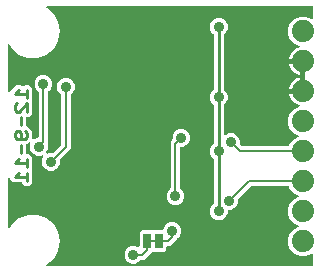
<source format=gbr>
G04 EAGLE Gerber RS-274X export*
G75*
%MOMM*%
%FSLAX34Y34*%
%LPD*%
%INBottom Copper*%
%IPPOS*%
%AMOC8*
5,1,8,0,0,1.08239X$1,22.5*%
G01*
%ADD10C,0.228600*%
%ADD11C,0.203200*%
%ADD12R,0.635000X1.270000*%
%ADD13C,1.879600*%
%ADD14C,0.254000*%
%ADD15C,0.889000*%

G36*
X261482Y4073D02*
X261482Y4073D01*
X261540Y4071D01*
X261622Y4093D01*
X261706Y4105D01*
X261759Y4128D01*
X261815Y4143D01*
X261888Y4186D01*
X261965Y4221D01*
X262010Y4258D01*
X262060Y4288D01*
X262118Y4350D01*
X262182Y4404D01*
X262215Y4453D01*
X262254Y4495D01*
X262293Y4571D01*
X262340Y4641D01*
X262358Y4696D01*
X262384Y4748D01*
X262395Y4816D01*
X262426Y4912D01*
X262428Y5011D01*
X262440Y5079D01*
X262447Y13907D01*
X262431Y14021D01*
X262421Y14135D01*
X262412Y14161D01*
X262408Y14188D01*
X262361Y14293D01*
X262319Y14401D01*
X262303Y14423D01*
X262292Y14448D01*
X262218Y14535D01*
X262148Y14628D01*
X262126Y14644D01*
X262108Y14665D01*
X262013Y14729D01*
X261920Y14798D01*
X261895Y14807D01*
X261872Y14822D01*
X261762Y14857D01*
X261654Y14898D01*
X261627Y14900D01*
X261601Y14909D01*
X261486Y14912D01*
X261371Y14921D01*
X261347Y14915D01*
X261317Y14916D01*
X261055Y14848D01*
X261044Y14845D01*
X256476Y12953D01*
X251524Y12953D01*
X246949Y14848D01*
X243448Y18349D01*
X241553Y22924D01*
X241553Y27876D01*
X243448Y32451D01*
X246949Y35952D01*
X249871Y37162D01*
X249896Y37177D01*
X249924Y37186D01*
X250019Y37249D01*
X250116Y37307D01*
X250136Y37328D01*
X250161Y37344D01*
X250234Y37431D01*
X250311Y37513D01*
X250325Y37539D01*
X250344Y37562D01*
X250390Y37665D01*
X250441Y37766D01*
X250447Y37795D01*
X250459Y37822D01*
X250475Y37934D01*
X250496Y38045D01*
X250494Y38074D01*
X250498Y38103D01*
X250482Y38215D01*
X250472Y38328D01*
X250461Y38355D01*
X250457Y38385D01*
X250411Y38488D01*
X250370Y38593D01*
X250352Y38617D01*
X250340Y38644D01*
X250267Y38730D01*
X250198Y38820D01*
X250175Y38838D01*
X250156Y38860D01*
X250089Y38902D01*
X249971Y38990D01*
X249912Y39012D01*
X249871Y39038D01*
X246949Y40248D01*
X243448Y43749D01*
X241553Y48324D01*
X241553Y53276D01*
X243448Y57851D01*
X246949Y61352D01*
X249871Y62562D01*
X249896Y62577D01*
X249924Y62586D01*
X250019Y62649D01*
X250116Y62707D01*
X250136Y62728D01*
X250161Y62744D01*
X250234Y62831D01*
X250311Y62913D01*
X250325Y62939D01*
X250344Y62962D01*
X250390Y63065D01*
X250441Y63166D01*
X250447Y63195D01*
X250459Y63222D01*
X250475Y63334D01*
X250496Y63445D01*
X250494Y63474D01*
X250498Y63503D01*
X250482Y63615D01*
X250472Y63728D01*
X250461Y63755D01*
X250457Y63784D01*
X250411Y63888D01*
X250370Y63993D01*
X250352Y64017D01*
X250340Y64044D01*
X250267Y64130D01*
X250198Y64220D01*
X250175Y64238D01*
X250156Y64260D01*
X250089Y64302D01*
X249971Y64390D01*
X249912Y64412D01*
X249871Y64438D01*
X246949Y65648D01*
X243448Y69149D01*
X242471Y71509D01*
X242470Y71510D01*
X242470Y71511D01*
X242398Y71632D01*
X242327Y71753D01*
X242325Y71754D01*
X242325Y71756D01*
X242221Y71853D01*
X242120Y71949D01*
X242118Y71949D01*
X242117Y71950D01*
X241992Y72015D01*
X241867Y72079D01*
X241866Y72079D01*
X241864Y72080D01*
X241849Y72082D01*
X241588Y72134D01*
X241558Y72131D01*
X241533Y72135D01*
X210384Y72135D01*
X210298Y72123D01*
X210210Y72120D01*
X210158Y72103D01*
X210103Y72095D01*
X210023Y72060D01*
X209940Y72033D01*
X209900Y72005D01*
X209843Y71979D01*
X209730Y71883D01*
X209666Y71838D01*
X199561Y61733D01*
X199509Y61663D01*
X199449Y61599D01*
X199423Y61550D01*
X199390Y61505D01*
X199359Y61424D01*
X199319Y61346D01*
X199311Y61298D01*
X199289Y61240D01*
X199277Y61092D01*
X199264Y61015D01*
X199264Y58199D01*
X198123Y55445D01*
X196015Y53337D01*
X193261Y52196D01*
X191389Y52196D01*
X191331Y52188D01*
X191273Y52190D01*
X191191Y52168D01*
X191107Y52156D01*
X191054Y52133D01*
X190998Y52118D01*
X190925Y52075D01*
X190848Y52040D01*
X190803Y52002D01*
X190753Y51973D01*
X190695Y51911D01*
X190631Y51857D01*
X190599Y51808D01*
X190559Y51765D01*
X190520Y51690D01*
X190473Y51620D01*
X190456Y51564D01*
X190429Y51512D01*
X190418Y51444D01*
X190388Y51349D01*
X190385Y51249D01*
X190374Y51181D01*
X190374Y49309D01*
X189233Y46555D01*
X187125Y44447D01*
X184371Y43306D01*
X181389Y43306D01*
X178635Y44447D01*
X176527Y46555D01*
X175386Y49309D01*
X175386Y52291D01*
X176527Y55045D01*
X178264Y56782D01*
X178316Y56851D01*
X178376Y56915D01*
X178402Y56965D01*
X178435Y57009D01*
X178466Y57091D01*
X178506Y57168D01*
X178514Y57216D01*
X178536Y57275D01*
X178548Y57422D01*
X178561Y57500D01*
X178561Y94900D01*
X178549Y94987D01*
X178546Y95074D01*
X178529Y95127D01*
X178521Y95182D01*
X178486Y95262D01*
X178459Y95345D01*
X178431Y95384D01*
X178405Y95441D01*
X178309Y95555D01*
X178264Y95618D01*
X176527Y97355D01*
X175386Y100109D01*
X175386Y103091D01*
X176527Y105845D01*
X178264Y107582D01*
X178316Y107651D01*
X178376Y107715D01*
X178402Y107765D01*
X178435Y107809D01*
X178466Y107891D01*
X178506Y107968D01*
X178514Y108016D01*
X178536Y108075D01*
X178548Y108222D01*
X178561Y108300D01*
X178561Y140620D01*
X178549Y140707D01*
X178546Y140794D01*
X178529Y140847D01*
X178521Y140902D01*
X178486Y140982D01*
X178459Y141065D01*
X178431Y141104D01*
X178405Y141161D01*
X178309Y141275D01*
X178264Y141338D01*
X176527Y143075D01*
X175386Y145829D01*
X175386Y148811D01*
X176527Y151565D01*
X178264Y153302D01*
X178316Y153371D01*
X178376Y153435D01*
X178402Y153485D01*
X178435Y153529D01*
X178466Y153611D01*
X178506Y153688D01*
X178514Y153736D01*
X178536Y153795D01*
X178548Y153942D01*
X178561Y154020D01*
X178561Y200310D01*
X178549Y200397D01*
X178546Y200484D01*
X178529Y200537D01*
X178521Y200592D01*
X178486Y200672D01*
X178459Y200755D01*
X178431Y200794D01*
X178405Y200851D01*
X178309Y200965D01*
X178264Y201028D01*
X176527Y202765D01*
X175386Y205519D01*
X175386Y208501D01*
X176527Y211255D01*
X178635Y213363D01*
X181389Y214504D01*
X184371Y214504D01*
X187125Y213363D01*
X189233Y211255D01*
X190374Y208501D01*
X190374Y205519D01*
X189233Y202765D01*
X187496Y201028D01*
X187444Y200959D01*
X187384Y200895D01*
X187358Y200845D01*
X187325Y200801D01*
X187294Y200719D01*
X187254Y200642D01*
X187246Y200594D01*
X187224Y200535D01*
X187212Y200388D01*
X187199Y200310D01*
X187199Y154020D01*
X187211Y153933D01*
X187214Y153846D01*
X187231Y153793D01*
X187239Y153738D01*
X187274Y153658D01*
X187301Y153575D01*
X187329Y153536D01*
X187355Y153479D01*
X187451Y153365D01*
X187496Y153302D01*
X189233Y151565D01*
X190374Y148811D01*
X190374Y145829D01*
X189233Y143075D01*
X187496Y141338D01*
X187444Y141269D01*
X187384Y141205D01*
X187358Y141155D01*
X187325Y141111D01*
X187294Y141029D01*
X187254Y140952D01*
X187246Y140904D01*
X187224Y140845D01*
X187212Y140698D01*
X187199Y140620D01*
X187199Y116427D01*
X187203Y116397D01*
X187201Y116367D01*
X187223Y116257D01*
X187239Y116146D01*
X187251Y116118D01*
X187257Y116088D01*
X187309Y115989D01*
X187355Y115887D01*
X187375Y115863D01*
X187389Y115836D01*
X187466Y115755D01*
X187538Y115670D01*
X187564Y115653D01*
X187585Y115630D01*
X187682Y115574D01*
X187775Y115512D01*
X187804Y115503D01*
X187831Y115487D01*
X187939Y115460D01*
X188046Y115426D01*
X188077Y115425D01*
X188106Y115418D01*
X188218Y115422D01*
X188281Y115420D01*
X188330Y115419D01*
X188360Y115427D01*
X188391Y115428D01*
X188497Y115462D01*
X188605Y115491D01*
X188625Y115502D01*
X188645Y115511D01*
X188661Y115516D01*
X188665Y115519D01*
X191549Y116714D01*
X194531Y116714D01*
X197285Y115573D01*
X199393Y113465D01*
X200534Y110711D01*
X200534Y107895D01*
X200546Y107809D01*
X200549Y107721D01*
X200566Y107669D01*
X200574Y107614D01*
X200609Y107534D01*
X200636Y107451D01*
X200664Y107411D01*
X200690Y107354D01*
X200786Y107241D01*
X200831Y107177D01*
X202046Y105962D01*
X202116Y105910D01*
X202180Y105850D01*
X202229Y105824D01*
X202274Y105791D01*
X202355Y105760D01*
X202433Y105720D01*
X202481Y105712D01*
X202539Y105690D01*
X202687Y105678D01*
X202764Y105665D01*
X241533Y105665D01*
X241535Y105665D01*
X241536Y105665D01*
X241675Y105685D01*
X241815Y105705D01*
X241816Y105705D01*
X241818Y105705D01*
X241943Y105762D01*
X242074Y105821D01*
X242075Y105822D01*
X242077Y105823D01*
X242184Y105914D01*
X242291Y106004D01*
X242292Y106006D01*
X242293Y106007D01*
X242301Y106020D01*
X242449Y106241D01*
X242458Y106270D01*
X242471Y106291D01*
X243448Y108651D01*
X246949Y112152D01*
X249871Y113362D01*
X249896Y113377D01*
X249924Y113386D01*
X250019Y113449D01*
X250116Y113507D01*
X250136Y113528D01*
X250161Y113544D01*
X250233Y113631D01*
X250311Y113713D01*
X250325Y113739D01*
X250343Y113762D01*
X250389Y113865D01*
X250441Y113966D01*
X250447Y113995D01*
X250459Y114022D01*
X250475Y114134D01*
X250496Y114245D01*
X250494Y114274D01*
X250498Y114303D01*
X250482Y114415D01*
X250472Y114528D01*
X250461Y114555D01*
X250457Y114584D01*
X250411Y114688D01*
X250370Y114793D01*
X250352Y114817D01*
X250340Y114844D01*
X250267Y114930D01*
X250198Y115020D01*
X250175Y115038D01*
X250156Y115060D01*
X250089Y115102D01*
X249971Y115190D01*
X249912Y115212D01*
X249871Y115238D01*
X246949Y116448D01*
X243448Y119949D01*
X241553Y124524D01*
X241553Y129476D01*
X243448Y134051D01*
X246949Y137552D01*
X250611Y139069D01*
X250671Y139104D01*
X250735Y139130D01*
X250793Y139176D01*
X250856Y139213D01*
X250904Y139263D01*
X250958Y139306D01*
X251001Y139366D01*
X251051Y139420D01*
X251083Y139481D01*
X251123Y139538D01*
X251148Y139607D01*
X251182Y139673D01*
X251195Y139740D01*
X251218Y139806D01*
X251222Y139879D01*
X251237Y139952D01*
X251231Y140020D01*
X251235Y140089D01*
X251219Y140161D01*
X251212Y140235D01*
X251187Y140299D01*
X251172Y140367D01*
X251137Y140431D01*
X251110Y140500D01*
X251069Y140555D01*
X251035Y140616D01*
X250983Y140668D01*
X250939Y140727D01*
X250883Y140768D01*
X250834Y140817D01*
X250779Y140846D01*
X250711Y140897D01*
X250603Y140938D01*
X250537Y140972D01*
X249417Y141336D01*
X247743Y142189D01*
X246222Y143294D01*
X244894Y144622D01*
X243789Y146143D01*
X242936Y147817D01*
X242355Y149604D01*
X242234Y150369D01*
X252984Y150369D01*
X253042Y150377D01*
X253100Y150375D01*
X253182Y150397D01*
X253265Y150409D01*
X253319Y150433D01*
X253375Y150447D01*
X253448Y150490D01*
X253525Y150525D01*
X253569Y150563D01*
X253620Y150593D01*
X253677Y150654D01*
X253742Y150709D01*
X253774Y150757D01*
X253814Y150800D01*
X253853Y150875D01*
X253899Y150945D01*
X253917Y151001D01*
X253944Y151053D01*
X253955Y151121D01*
X253985Y151216D01*
X253988Y151316D01*
X253999Y151384D01*
X253999Y152401D01*
X255016Y152401D01*
X255074Y152409D01*
X255132Y152408D01*
X255214Y152429D01*
X255297Y152441D01*
X255351Y152465D01*
X255407Y152479D01*
X255480Y152522D01*
X255557Y152557D01*
X255602Y152595D01*
X255652Y152625D01*
X255710Y152686D01*
X255774Y152741D01*
X255806Y152789D01*
X255846Y152832D01*
X255885Y152907D01*
X255931Y152977D01*
X255949Y153033D01*
X255976Y153085D01*
X255987Y153153D01*
X256017Y153248D01*
X256020Y153348D01*
X256031Y153416D01*
X256031Y176784D01*
X256023Y176842D01*
X256025Y176900D01*
X256003Y176982D01*
X255991Y177065D01*
X255967Y177119D01*
X255953Y177175D01*
X255910Y177248D01*
X255875Y177325D01*
X255837Y177369D01*
X255807Y177420D01*
X255746Y177477D01*
X255691Y177542D01*
X255643Y177574D01*
X255600Y177614D01*
X255525Y177653D01*
X255455Y177699D01*
X255399Y177717D01*
X255347Y177744D01*
X255279Y177755D01*
X255184Y177785D01*
X255084Y177788D01*
X255016Y177799D01*
X253999Y177799D01*
X253999Y178816D01*
X253991Y178874D01*
X253992Y178932D01*
X253971Y179014D01*
X253959Y179097D01*
X253935Y179151D01*
X253921Y179207D01*
X253878Y179280D01*
X253843Y179357D01*
X253805Y179402D01*
X253775Y179452D01*
X253714Y179510D01*
X253659Y179574D01*
X253611Y179606D01*
X253568Y179646D01*
X253493Y179685D01*
X253423Y179731D01*
X253367Y179749D01*
X253315Y179776D01*
X253247Y179787D01*
X253152Y179817D01*
X253052Y179820D01*
X252984Y179831D01*
X242234Y179831D01*
X242355Y180596D01*
X242936Y182383D01*
X243789Y184057D01*
X244894Y185578D01*
X246222Y186906D01*
X247743Y188011D01*
X249417Y188864D01*
X250537Y189228D01*
X250599Y189258D01*
X250665Y189279D01*
X250726Y189320D01*
X250792Y189353D01*
X250843Y189399D01*
X250901Y189438D01*
X250948Y189494D01*
X251003Y189543D01*
X251039Y189602D01*
X251084Y189655D01*
X251114Y189722D01*
X251152Y189785D01*
X251171Y189852D01*
X251199Y189915D01*
X251209Y189988D01*
X251229Y190059D01*
X251229Y190128D01*
X251238Y190196D01*
X251228Y190269D01*
X251227Y190343D01*
X251207Y190410D01*
X251197Y190478D01*
X251167Y190545D01*
X251146Y190616D01*
X251109Y190674D01*
X251080Y190737D01*
X251033Y190793D01*
X250993Y190855D01*
X250941Y190901D01*
X250896Y190953D01*
X250843Y190986D01*
X250779Y191043D01*
X250675Y191092D01*
X250611Y191131D01*
X246949Y192648D01*
X243448Y196149D01*
X241553Y200724D01*
X241553Y205676D01*
X243448Y210251D01*
X246949Y213752D01*
X251524Y215647D01*
X256476Y215647D01*
X261219Y213682D01*
X261330Y213653D01*
X261439Y213619D01*
X261467Y213618D01*
X261495Y213611D01*
X261609Y213614D01*
X261723Y213611D01*
X261751Y213618D01*
X261779Y213619D01*
X261888Y213654D01*
X261998Y213683D01*
X262023Y213697D01*
X262050Y213706D01*
X262145Y213770D01*
X262243Y213828D01*
X262262Y213848D01*
X262286Y213864D01*
X262359Y213952D01*
X262438Y214035D01*
X262450Y214060D01*
X262469Y214082D01*
X262515Y214186D01*
X262567Y214288D01*
X262571Y214313D01*
X262584Y214341D01*
X262620Y214601D01*
X262623Y214619D01*
X262631Y223519D01*
X262623Y223577D01*
X262624Y223636D01*
X262603Y223718D01*
X262591Y223801D01*
X262567Y223854D01*
X262552Y223911D01*
X262509Y223984D01*
X262475Y224060D01*
X262437Y224105D01*
X262407Y224156D01*
X262346Y224213D01*
X262292Y224277D01*
X262243Y224310D01*
X262200Y224350D01*
X262125Y224389D01*
X262055Y224435D01*
X261999Y224453D01*
X261947Y224480D01*
X261879Y224491D01*
X261784Y224521D01*
X261684Y224524D01*
X261616Y224535D01*
X37933Y224535D01*
X37860Y224525D01*
X37786Y224525D01*
X37720Y224505D01*
X37651Y224495D01*
X37584Y224465D01*
X37514Y224445D01*
X37455Y224408D01*
X37392Y224379D01*
X37336Y224332D01*
X37274Y224292D01*
X37228Y224240D01*
X37175Y224196D01*
X37134Y224134D01*
X37085Y224079D01*
X37056Y224017D01*
X37017Y223959D01*
X36995Y223889D01*
X36964Y223822D01*
X36952Y223754D01*
X36932Y223688D01*
X36930Y223614D01*
X36918Y223542D01*
X36926Y223473D01*
X36924Y223404D01*
X36943Y223333D01*
X36952Y223259D01*
X36979Y223196D01*
X36996Y223129D01*
X37034Y223065D01*
X37062Y222998D01*
X37101Y222953D01*
X37141Y222884D01*
X37231Y222800D01*
X37280Y222742D01*
X42985Y217956D01*
X46971Y211051D01*
X48355Y203200D01*
X46971Y195349D01*
X42985Y188445D01*
X36878Y183320D01*
X29386Y180593D01*
X21414Y180593D01*
X13922Y183320D01*
X7815Y188444D01*
X5959Y191659D01*
X5947Y191674D01*
X5939Y191692D01*
X5860Y191786D01*
X5784Y191883D01*
X5768Y191894D01*
X5755Y191909D01*
X5653Y191978D01*
X5554Y192049D01*
X5535Y192056D01*
X5519Y192067D01*
X5401Y192104D01*
X5286Y192146D01*
X5266Y192147D01*
X5248Y192153D01*
X5125Y192156D01*
X5002Y192164D01*
X4983Y192159D01*
X4964Y192160D01*
X4845Y192129D01*
X4725Y192102D01*
X4707Y192093D01*
X4689Y192088D01*
X4583Y192026D01*
X4475Y191967D01*
X4461Y191953D01*
X4444Y191943D01*
X4360Y191853D01*
X4273Y191767D01*
X4263Y191750D01*
X4250Y191736D01*
X4194Y191626D01*
X4134Y191519D01*
X4129Y191500D01*
X4120Y191482D01*
X4108Y191410D01*
X4069Y191242D01*
X4071Y191191D01*
X4065Y191151D01*
X4065Y152742D01*
X4069Y152713D01*
X4066Y152684D01*
X4089Y152573D01*
X4105Y152461D01*
X4117Y152434D01*
X4122Y152405D01*
X4175Y152305D01*
X4221Y152201D01*
X4240Y152179D01*
X4253Y152153D01*
X4331Y152071D01*
X4404Y151984D01*
X4429Y151968D01*
X4449Y151947D01*
X4547Y151890D01*
X4641Y151827D01*
X4669Y151818D01*
X4694Y151803D01*
X4804Y151775D01*
X4912Y151741D01*
X4942Y151740D01*
X4970Y151733D01*
X5083Y151737D01*
X5196Y151734D01*
X5225Y151741D01*
X5254Y151742D01*
X5362Y151777D01*
X5471Y151806D01*
X5497Y151821D01*
X5525Y151830D01*
X5588Y151875D01*
X5716Y151951D01*
X5759Y151997D01*
X5798Y152025D01*
X8585Y154812D01*
X11762Y157989D01*
X15235Y157989D01*
X16255Y156969D01*
X16302Y156933D01*
X16342Y156891D01*
X16415Y156848D01*
X16482Y156798D01*
X16537Y156777D01*
X16587Y156747D01*
X16669Y156727D01*
X16748Y156696D01*
X16806Y156692D01*
X16863Y156677D01*
X16947Y156680D01*
X17031Y156673D01*
X17088Y156684D01*
X17147Y156686D01*
X17227Y156712D01*
X17310Y156729D01*
X17362Y156756D01*
X17417Y156774D01*
X17473Y156814D01*
X17562Y156860D01*
X17634Y156929D01*
X17691Y156969D01*
X18711Y157989D01*
X22183Y157989D01*
X24639Y155533D01*
X24639Y145100D01*
X24600Y145034D01*
X24549Y144967D01*
X24529Y144912D01*
X24499Y144861D01*
X24478Y144780D01*
X24448Y144701D01*
X24443Y144642D01*
X24429Y144586D01*
X24432Y144502D01*
X24425Y144418D01*
X24436Y144360D01*
X24438Y144302D01*
X24464Y144222D01*
X24480Y144139D01*
X24507Y144087D01*
X24525Y144031D01*
X24565Y143975D01*
X24611Y143886D01*
X24639Y143858D01*
X24639Y133418D01*
X22183Y130963D01*
X20443Y130963D01*
X20385Y130955D01*
X20326Y130956D01*
X20245Y130935D01*
X20161Y130923D01*
X20108Y130899D01*
X20051Y130884D01*
X19979Y130841D01*
X19902Y130807D01*
X19857Y130769D01*
X19807Y130739D01*
X19749Y130677D01*
X19685Y130623D01*
X19652Y130574D01*
X19612Y130532D01*
X19574Y130457D01*
X19527Y130386D01*
X19509Y130331D01*
X19483Y130279D01*
X19471Y130210D01*
X19441Y130115D01*
X19439Y130016D01*
X19427Y129947D01*
X19427Y123922D01*
X19435Y123864D01*
X19434Y123806D01*
X19455Y123724D01*
X19467Y123641D01*
X19491Y123587D01*
X19506Y123531D01*
X19549Y123458D01*
X19583Y123381D01*
X19621Y123337D01*
X19651Y123286D01*
X19713Y123229D01*
X19767Y123164D01*
X19816Y123132D01*
X19858Y123092D01*
X19933Y123053D01*
X20004Y123007D01*
X20059Y122989D01*
X20111Y122962D01*
X20180Y122951D01*
X20275Y122921D01*
X20374Y122918D01*
X20443Y122907D01*
X20446Y122907D01*
X24639Y118714D01*
X24639Y112617D01*
X24643Y112587D01*
X24641Y112557D01*
X24663Y112447D01*
X24679Y112336D01*
X24691Y112308D01*
X24697Y112278D01*
X24749Y112179D01*
X24795Y112077D01*
X24815Y112053D01*
X24829Y112026D01*
X24906Y111945D01*
X24978Y111860D01*
X25004Y111843D01*
X25025Y111820D01*
X25122Y111764D01*
X25215Y111702D01*
X25244Y111693D01*
X25271Y111677D01*
X25379Y111650D01*
X25486Y111616D01*
X25517Y111615D01*
X25546Y111608D01*
X25658Y111612D01*
X25721Y111610D01*
X25770Y111609D01*
X25800Y111617D01*
X25831Y111618D01*
X25937Y111652D01*
X26045Y111681D01*
X26065Y111692D01*
X26085Y111701D01*
X26101Y111706D01*
X26105Y111709D01*
X28989Y112904D01*
X29210Y112904D01*
X29268Y112912D01*
X29326Y112910D01*
X29408Y112932D01*
X29492Y112944D01*
X29545Y112967D01*
X29601Y112982D01*
X29674Y113025D01*
X29751Y113060D01*
X29796Y113098D01*
X29846Y113127D01*
X29904Y113189D01*
X29968Y113243D01*
X30000Y113292D01*
X30040Y113335D01*
X30079Y113410D01*
X30126Y113480D01*
X30143Y113536D01*
X30170Y113588D01*
X30181Y113656D01*
X30211Y113751D01*
X30214Y113851D01*
X30225Y113919D01*
X30225Y151796D01*
X30213Y151883D01*
X30210Y151970D01*
X30193Y152023D01*
X30185Y152078D01*
X30150Y152158D01*
X30123Y152241D01*
X30095Y152280D01*
X30069Y152337D01*
X29973Y152451D01*
X29928Y152514D01*
X27937Y154505D01*
X26796Y157259D01*
X26796Y160241D01*
X27937Y162995D01*
X30045Y165103D01*
X32799Y166244D01*
X35781Y166244D01*
X38535Y165103D01*
X40643Y162995D01*
X41784Y160241D01*
X41784Y157259D01*
X40643Y154505D01*
X38652Y152514D01*
X38600Y152445D01*
X38540Y152381D01*
X38514Y152331D01*
X38481Y152287D01*
X38450Y152205D01*
X38410Y152128D01*
X38402Y152080D01*
X38380Y152021D01*
X38368Y151874D01*
X38355Y151796D01*
X38355Y107536D01*
X38271Y107453D01*
X38219Y107383D01*
X38159Y107319D01*
X38133Y107270D01*
X38100Y107225D01*
X38069Y107144D01*
X38029Y107066D01*
X38021Y107018D01*
X37999Y106960D01*
X37987Y106812D01*
X37974Y106735D01*
X37974Y103919D01*
X36810Y101111D01*
X36803Y101082D01*
X36790Y101056D01*
X36768Y100945D01*
X36739Y100835D01*
X36740Y100806D01*
X36735Y100777D01*
X36744Y100665D01*
X36748Y100551D01*
X36757Y100523D01*
X36759Y100494D01*
X36800Y100389D01*
X36834Y100281D01*
X36851Y100256D01*
X36861Y100229D01*
X36929Y100138D01*
X36993Y100044D01*
X37015Y100026D01*
X37033Y100002D01*
X37124Y99934D01*
X37210Y99861D01*
X37237Y99850D01*
X37260Y99832D01*
X37366Y99792D01*
X37470Y99746D01*
X37499Y99742D01*
X37526Y99732D01*
X37639Y99723D01*
X37751Y99707D01*
X37781Y99711D01*
X37810Y99709D01*
X37886Y99726D01*
X38033Y99748D01*
X38090Y99773D01*
X38137Y99784D01*
X39149Y100204D01*
X41965Y100204D01*
X42051Y100216D01*
X42139Y100219D01*
X42191Y100236D01*
X42246Y100244D01*
X42326Y100279D01*
X42409Y100306D01*
X42449Y100334D01*
X42506Y100360D01*
X42619Y100456D01*
X42683Y100501D01*
X48978Y106796D01*
X49030Y106866D01*
X49090Y106930D01*
X49116Y106979D01*
X49149Y107024D01*
X49180Y107105D01*
X49220Y107183D01*
X49228Y107231D01*
X49250Y107289D01*
X49262Y107437D01*
X49275Y107514D01*
X49275Y149256D01*
X49267Y149313D01*
X49269Y149362D01*
X49262Y149389D01*
X49260Y149430D01*
X49243Y149483D01*
X49235Y149538D01*
X49205Y149607D01*
X49197Y149637D01*
X49190Y149649D01*
X49173Y149701D01*
X49145Y149740D01*
X49119Y149797D01*
X49059Y149868D01*
X49052Y149881D01*
X49035Y149897D01*
X49023Y149911D01*
X48978Y149974D01*
X46987Y151965D01*
X45846Y154719D01*
X45846Y157701D01*
X46987Y160455D01*
X49095Y162563D01*
X51849Y163704D01*
X54831Y163704D01*
X57585Y162563D01*
X59693Y160455D01*
X60834Y157701D01*
X60834Y154719D01*
X59693Y151965D01*
X57702Y149974D01*
X57650Y149905D01*
X57590Y149841D01*
X57564Y149791D01*
X57531Y149747D01*
X57511Y149694D01*
X57504Y149684D01*
X57496Y149657D01*
X57460Y149588D01*
X57452Y149540D01*
X57430Y149481D01*
X57426Y149437D01*
X57419Y149413D01*
X57416Y149327D01*
X57405Y149256D01*
X57405Y103726D01*
X48431Y94753D01*
X48379Y94683D01*
X48319Y94619D01*
X48293Y94570D01*
X48260Y94525D01*
X48229Y94444D01*
X48189Y94366D01*
X48181Y94318D01*
X48159Y94260D01*
X48147Y94112D01*
X48134Y94035D01*
X48134Y91219D01*
X46993Y88465D01*
X44885Y86357D01*
X42131Y85216D01*
X39149Y85216D01*
X36395Y86357D01*
X34287Y88465D01*
X33146Y91219D01*
X33146Y94201D01*
X34310Y97009D01*
X34317Y97038D01*
X34330Y97064D01*
X34352Y97175D01*
X34381Y97285D01*
X34380Y97314D01*
X34385Y97343D01*
X34376Y97455D01*
X34372Y97569D01*
X34363Y97597D01*
X34361Y97626D01*
X34320Y97731D01*
X34286Y97839D01*
X34269Y97864D01*
X34259Y97891D01*
X34191Y97982D01*
X34127Y98076D01*
X34105Y98094D01*
X34087Y98118D01*
X33996Y98186D01*
X33910Y98259D01*
X33883Y98270D01*
X33860Y98288D01*
X33754Y98328D01*
X33650Y98374D01*
X33621Y98378D01*
X33594Y98388D01*
X33481Y98397D01*
X33369Y98413D01*
X33339Y98409D01*
X33310Y98411D01*
X33234Y98394D01*
X33087Y98372D01*
X33030Y98347D01*
X32983Y98336D01*
X31971Y97916D01*
X28989Y97916D01*
X26235Y99057D01*
X24127Y101165D01*
X22986Y103919D01*
X22986Y106901D01*
X23306Y107672D01*
X23327Y107755D01*
X23358Y107836D01*
X23363Y107892D01*
X23377Y107948D01*
X23374Y108033D01*
X23382Y108119D01*
X23370Y108175D01*
X23369Y108232D01*
X23343Y108313D01*
X23326Y108398D01*
X23299Y108448D01*
X23282Y108502D01*
X23234Y108574D01*
X23195Y108650D01*
X23155Y108691D01*
X23124Y108739D01*
X23058Y108794D01*
X22999Y108856D01*
X22950Y108885D01*
X22906Y108922D01*
X22828Y108957D01*
X22754Y109000D01*
X22698Y109014D01*
X22646Y109037D01*
X22561Y109049D01*
X22478Y109070D01*
X22421Y109068D01*
X22365Y109076D01*
X22280Y109064D01*
X22194Y109061D01*
X22140Y109043D01*
X22083Y109035D01*
X22005Y109000D01*
X21923Y108974D01*
X21883Y108945D01*
X21824Y108918D01*
X21714Y108824D01*
X21650Y108779D01*
X20446Y107575D01*
X20443Y107575D01*
X20385Y107567D01*
X20326Y107568D01*
X20245Y107547D01*
X20161Y107535D01*
X20108Y107511D01*
X20051Y107496D01*
X19979Y107453D01*
X19902Y107419D01*
X19857Y107381D01*
X19807Y107351D01*
X19749Y107289D01*
X19685Y107235D01*
X19652Y107186D01*
X19612Y107144D01*
X19574Y107069D01*
X19527Y106998D01*
X19509Y106943D01*
X19483Y106891D01*
X19471Y106823D01*
X19441Y106727D01*
X19439Y106628D01*
X19427Y106560D01*
X19427Y100534D01*
X19435Y100476D01*
X19434Y100418D01*
X19455Y100336D01*
X19467Y100253D01*
X19491Y100199D01*
X19506Y100143D01*
X19549Y100070D01*
X19583Y99993D01*
X19621Y99949D01*
X19651Y99898D01*
X19713Y99841D01*
X19767Y99776D01*
X19816Y99744D01*
X19858Y99704D01*
X19933Y99665D01*
X20004Y99619D01*
X20059Y99601D01*
X20111Y99574D01*
X20180Y99563D01*
X20275Y99533D01*
X20374Y99530D01*
X20443Y99519D01*
X22183Y99519D01*
X24639Y97063D01*
X24639Y86630D01*
X24600Y86564D01*
X24549Y86497D01*
X24529Y86442D01*
X24499Y86392D01*
X24478Y86310D01*
X24448Y86231D01*
X24443Y86173D01*
X24429Y86116D01*
X24432Y86032D01*
X24425Y85948D01*
X24436Y85890D01*
X24438Y85832D01*
X24464Y85752D01*
X24480Y85669D01*
X24507Y85617D01*
X24525Y85561D01*
X24565Y85505D01*
X24611Y85417D01*
X24639Y85388D01*
X24639Y74948D01*
X22183Y72493D01*
X18711Y72493D01*
X16255Y74948D01*
X16255Y74952D01*
X16247Y75010D01*
X16249Y75068D01*
X16227Y75150D01*
X16215Y75233D01*
X16192Y75287D01*
X16177Y75343D01*
X16134Y75416D01*
X16099Y75493D01*
X16061Y75537D01*
X16032Y75588D01*
X15970Y75645D01*
X15916Y75710D01*
X15867Y75742D01*
X15824Y75782D01*
X15749Y75821D01*
X15679Y75867D01*
X15623Y75885D01*
X15571Y75912D01*
X15503Y75923D01*
X15408Y75953D01*
X15308Y75956D01*
X15240Y75967D01*
X8288Y75967D01*
X5798Y78457D01*
X5774Y78475D01*
X5755Y78497D01*
X5661Y78560D01*
X5571Y78628D01*
X5543Y78638D01*
X5519Y78655D01*
X5411Y78689D01*
X5305Y78729D01*
X5276Y78732D01*
X5248Y78741D01*
X5134Y78743D01*
X5022Y78753D01*
X4993Y78747D01*
X4964Y78748D01*
X4854Y78719D01*
X4743Y78697D01*
X4717Y78683D01*
X4689Y78676D01*
X4591Y78618D01*
X4491Y78566D01*
X4469Y78546D01*
X4444Y78531D01*
X4367Y78448D01*
X4285Y78370D01*
X4270Y78345D01*
X4250Y78323D01*
X4198Y78223D01*
X4141Y78125D01*
X4134Y78096D01*
X4120Y78070D01*
X4107Y77993D01*
X4071Y77849D01*
X4073Y77787D01*
X4065Y77739D01*
X4065Y37449D01*
X4067Y37429D01*
X4065Y37410D01*
X4087Y37289D01*
X4105Y37167D01*
X4113Y37149D01*
X4116Y37130D01*
X4171Y37020D01*
X4221Y36908D01*
X4233Y36893D01*
X4242Y36875D01*
X4325Y36784D01*
X4404Y36691D01*
X4421Y36680D01*
X4434Y36665D01*
X4539Y36601D01*
X4641Y36533D01*
X4660Y36527D01*
X4676Y36517D01*
X4795Y36484D01*
X4912Y36447D01*
X4932Y36447D01*
X4951Y36442D01*
X5073Y36443D01*
X5196Y36440D01*
X5215Y36445D01*
X5235Y36445D01*
X5353Y36481D01*
X5471Y36512D01*
X5488Y36522D01*
X5507Y36528D01*
X5610Y36594D01*
X5716Y36657D01*
X5729Y36671D01*
X5746Y36682D01*
X5792Y36739D01*
X5910Y36864D01*
X5934Y36910D01*
X5959Y36941D01*
X7815Y40156D01*
X13922Y45280D01*
X21414Y48007D01*
X29386Y48007D01*
X36878Y45280D01*
X42985Y40156D01*
X46971Y33251D01*
X48355Y25400D01*
X46971Y17549D01*
X42985Y10645D01*
X37280Y5858D01*
X37231Y5803D01*
X37175Y5755D01*
X37136Y5698D01*
X37090Y5646D01*
X37058Y5580D01*
X37017Y5519D01*
X36996Y5453D01*
X36966Y5390D01*
X36954Y5318D01*
X36932Y5248D01*
X36930Y5179D01*
X36918Y5110D01*
X36926Y5037D01*
X36924Y4964D01*
X36942Y4897D01*
X36949Y4828D01*
X36977Y4760D01*
X36996Y4689D01*
X37031Y4629D01*
X37058Y4565D01*
X37104Y4507D01*
X37141Y4444D01*
X37192Y4397D01*
X37235Y4343D01*
X37295Y4300D01*
X37349Y4250D01*
X37410Y4218D01*
X37467Y4178D01*
X37536Y4154D01*
X37602Y4120D01*
X37660Y4110D01*
X37735Y4084D01*
X37857Y4077D01*
X37933Y4065D01*
X261424Y4065D01*
X261482Y4073D01*
G37*
%LPC*%
G36*
X108999Y6476D02*
X108999Y6476D01*
X106245Y7617D01*
X104137Y9725D01*
X102996Y12479D01*
X102996Y15461D01*
X104137Y18215D01*
X106245Y20323D01*
X108999Y21464D01*
X111981Y21464D01*
X114292Y20506D01*
X114404Y20477D01*
X114513Y20443D01*
X114541Y20442D01*
X114568Y20435D01*
X114682Y20438D01*
X114797Y20436D01*
X114824Y20443D01*
X114852Y20443D01*
X114961Y20478D01*
X115072Y20507D01*
X115096Y20521D01*
X115123Y20530D01*
X115218Y20594D01*
X115317Y20653D01*
X115336Y20673D01*
X115359Y20688D01*
X115433Y20776D01*
X115511Y20860D01*
X115524Y20885D01*
X115542Y20906D01*
X115588Y21011D01*
X115641Y21113D01*
X115645Y21138D01*
X115657Y21166D01*
X115694Y21429D01*
X115696Y21444D01*
X115696Y33013D01*
X117482Y34799D01*
X126367Y34799D01*
X126369Y34797D01*
X126442Y34754D01*
X126509Y34704D01*
X126564Y34683D01*
X126614Y34653D01*
X126696Y34632D01*
X126775Y34602D01*
X126833Y34597D01*
X126890Y34583D01*
X126974Y34586D01*
X127058Y34579D01*
X127116Y34590D01*
X127174Y34592D01*
X127254Y34618D01*
X127337Y34635D01*
X127389Y34662D01*
X127445Y34680D01*
X127501Y34720D01*
X127589Y34766D01*
X127624Y34799D01*
X135001Y34799D01*
X135059Y34807D01*
X135117Y34805D01*
X135199Y34827D01*
X135283Y34839D01*
X135336Y34862D01*
X135392Y34877D01*
X135465Y34920D01*
X135542Y34955D01*
X135587Y34993D01*
X135637Y35022D01*
X135695Y35084D01*
X135759Y35138D01*
X135791Y35187D01*
X135831Y35230D01*
X135870Y35305D01*
X135917Y35375D01*
X135934Y35431D01*
X135961Y35483D01*
X135972Y35551D01*
X136002Y35646D01*
X136005Y35746D01*
X136007Y35758D01*
X137157Y38535D01*
X139265Y40643D01*
X142019Y41784D01*
X145001Y41784D01*
X147755Y40643D01*
X149863Y38535D01*
X151004Y35781D01*
X151004Y32799D01*
X149863Y30045D01*
X147872Y28054D01*
X147820Y27984D01*
X147760Y27921D01*
X147734Y27871D01*
X147701Y27827D01*
X147670Y27745D01*
X147630Y27668D01*
X147622Y27620D01*
X147600Y27562D01*
X147599Y27551D01*
X141384Y21335D01*
X139319Y21335D01*
X139261Y21327D01*
X139203Y21329D01*
X139121Y21307D01*
X139037Y21295D01*
X138984Y21272D01*
X138928Y21257D01*
X138855Y21214D01*
X138778Y21179D01*
X138733Y21141D01*
X138683Y21112D01*
X138625Y21050D01*
X138561Y20996D01*
X138529Y20947D01*
X138489Y20904D01*
X138450Y20829D01*
X138403Y20759D01*
X138386Y20703D01*
X138359Y20651D01*
X138348Y20583D01*
X138318Y20488D01*
X138315Y20388D01*
X138304Y20320D01*
X138304Y17787D01*
X136518Y16001D01*
X127633Y16001D01*
X127631Y16003D01*
X127558Y16046D01*
X127491Y16096D01*
X127436Y16117D01*
X127386Y16147D01*
X127304Y16168D01*
X127225Y16198D01*
X127167Y16203D01*
X127110Y16217D01*
X127026Y16214D01*
X126942Y16221D01*
X126884Y16210D01*
X126826Y16208D01*
X126746Y16182D01*
X126663Y16165D01*
X126611Y16138D01*
X126555Y16120D01*
X126499Y16080D01*
X126411Y16034D01*
X126376Y16001D01*
X126310Y16001D01*
X126224Y15989D01*
X126136Y15986D01*
X126084Y15969D01*
X126029Y15961D01*
X125949Y15926D01*
X125866Y15899D01*
X125826Y15871D01*
X125769Y15845D01*
X125656Y15749D01*
X125592Y15704D01*
X119794Y9905D01*
X117444Y9905D01*
X117357Y9893D01*
X117270Y9890D01*
X117217Y9873D01*
X117162Y9865D01*
X117082Y9830D01*
X116999Y9803D01*
X116960Y9775D01*
X116903Y9749D01*
X116789Y9653D01*
X116726Y9608D01*
X114735Y7617D01*
X111981Y6476D01*
X108999Y6476D01*
G37*
%LPD*%
%LPC*%
G36*
X144559Y56006D02*
X144559Y56006D01*
X141805Y57147D01*
X139697Y59255D01*
X138556Y62009D01*
X138556Y64991D01*
X139697Y67745D01*
X141688Y69736D01*
X141740Y69805D01*
X141800Y69869D01*
X141826Y69919D01*
X141859Y69963D01*
X141890Y70045D01*
X141930Y70122D01*
X141938Y70170D01*
X141960Y70229D01*
X141972Y70376D01*
X141985Y70454D01*
X141985Y109634D01*
X143339Y110987D01*
X143349Y111001D01*
X143355Y111006D01*
X143372Y111031D01*
X143391Y111057D01*
X143451Y111121D01*
X143477Y111170D01*
X143510Y111215D01*
X143541Y111296D01*
X143581Y111374D01*
X143589Y111422D01*
X143611Y111480D01*
X143623Y111628D01*
X143636Y111705D01*
X143636Y114521D01*
X144777Y117275D01*
X146885Y119383D01*
X149639Y120524D01*
X152621Y120524D01*
X155375Y119383D01*
X157483Y117275D01*
X158624Y114521D01*
X158624Y111539D01*
X157483Y108785D01*
X155375Y106677D01*
X152621Y105536D01*
X151130Y105536D01*
X151072Y105528D01*
X151014Y105530D01*
X150932Y105508D01*
X150848Y105496D01*
X150795Y105473D01*
X150739Y105458D01*
X150666Y105415D01*
X150589Y105380D01*
X150544Y105342D01*
X150494Y105313D01*
X150436Y105251D01*
X150372Y105197D01*
X150340Y105148D01*
X150300Y105105D01*
X150261Y105030D01*
X150214Y104960D01*
X150197Y104904D01*
X150170Y104852D01*
X150159Y104784D01*
X150129Y104689D01*
X150126Y104589D01*
X150115Y104521D01*
X150115Y70454D01*
X150127Y70367D01*
X150130Y70280D01*
X150147Y70227D01*
X150155Y70172D01*
X150190Y70092D01*
X150217Y70009D01*
X150245Y69970D01*
X150271Y69913D01*
X150367Y69799D01*
X150412Y69736D01*
X152403Y67745D01*
X153544Y64991D01*
X153544Y62009D01*
X152403Y59255D01*
X150295Y57147D01*
X147541Y56006D01*
X144559Y56006D01*
G37*
%LPD*%
%LPC*%
G36*
X242234Y154431D02*
X242234Y154431D01*
X242355Y155196D01*
X242936Y156983D01*
X243789Y158657D01*
X244894Y160178D01*
X246222Y161506D01*
X247743Y162611D01*
X249417Y163464D01*
X251204Y164045D01*
X251536Y164097D01*
X251656Y164134D01*
X251777Y164167D01*
X251791Y164176D01*
X251808Y164181D01*
X251913Y164249D01*
X251969Y164283D01*
X251969Y154431D01*
X242234Y154431D01*
G37*
%LPD*%
%LPC*%
G36*
X251955Y165922D02*
X251955Y165922D01*
X251854Y165996D01*
X251840Y166001D01*
X251824Y166011D01*
X251554Y166100D01*
X251545Y166100D01*
X251536Y166103D01*
X251204Y166155D01*
X249417Y166736D01*
X247743Y167589D01*
X246222Y168694D01*
X244894Y170022D01*
X243789Y171543D01*
X242936Y173217D01*
X242355Y175004D01*
X242234Y175769D01*
X251969Y175769D01*
X251969Y165913D01*
X251955Y165922D01*
G37*
%LPD*%
D10*
X13498Y153797D02*
X10024Y150323D01*
X20447Y150323D01*
X20447Y153797D02*
X20447Y146848D01*
X20447Y142103D02*
X20447Y135154D01*
X20447Y142103D02*
X13498Y135154D01*
X11761Y135154D01*
X10024Y136892D01*
X10024Y140366D01*
X11761Y142103D01*
X15236Y130409D02*
X15236Y123460D01*
X18710Y118715D02*
X20447Y116978D01*
X20447Y113504D01*
X18710Y111767D01*
X11761Y111767D01*
X10024Y113504D01*
X10024Y116978D01*
X11761Y118715D01*
X13498Y118715D01*
X15236Y116978D01*
X15236Y111767D01*
X15236Y107021D02*
X15236Y100073D01*
X13498Y95327D02*
X10024Y91853D01*
X20447Y91853D01*
X20447Y95327D02*
X20447Y88379D01*
X13498Y83633D02*
X10024Y80159D01*
X20447Y80159D01*
X20447Y83633D02*
X20447Y76685D01*
D11*
X123190Y25400D02*
X130810Y25400D01*
D12*
X121920Y25400D03*
X132080Y25400D03*
D13*
X254000Y50800D03*
X254000Y76200D03*
X254000Y101600D03*
X254000Y127000D03*
X254000Y152400D03*
X254000Y177800D03*
X254000Y203200D03*
X254000Y25400D03*
D14*
X182880Y147320D02*
X182880Y207010D01*
X182880Y101600D02*
X182880Y50800D01*
X182880Y101600D02*
X182880Y147320D01*
D15*
X182880Y50800D03*
X182880Y147320D03*
X182880Y207010D03*
X182880Y101600D03*
X100330Y152400D03*
X129540Y104140D03*
X100330Y74930D03*
X43180Y147320D03*
D11*
X132080Y25400D02*
X139700Y25400D01*
X143510Y29210D01*
X143510Y34290D01*
D15*
X143510Y34290D03*
D11*
X34290Y109220D02*
X34290Y158750D01*
X34290Y109220D02*
X30480Y105410D01*
D15*
X30480Y105410D03*
X34290Y158750D03*
D11*
X53340Y156210D02*
X53340Y105410D01*
X40640Y92710D01*
D15*
X40640Y92710D03*
X53340Y156210D03*
D11*
X146050Y107950D02*
X146050Y63500D01*
X146050Y107950D02*
X151130Y113030D01*
D15*
X146050Y63500D03*
X151130Y113030D03*
D11*
X200660Y101600D02*
X254000Y101600D01*
X200660Y101600D02*
X193040Y109220D01*
D15*
X193040Y109220D03*
D11*
X208280Y76200D02*
X254000Y76200D01*
X208280Y76200D02*
X191770Y59690D01*
D15*
X191770Y59690D03*
D11*
X118110Y13970D02*
X110490Y13970D01*
X118110Y13970D02*
X121920Y17780D01*
X121920Y25400D01*
D15*
X110490Y13970D03*
M02*

</source>
